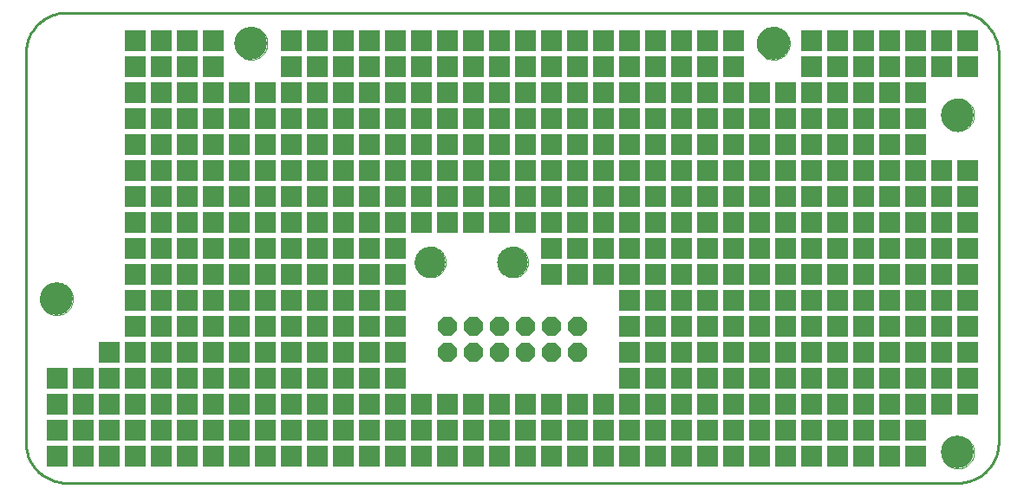
<source format=gbs>
G75*
%MOIN*%
%OFA0B0*%
%FSLAX24Y24*%
%IPPOS*%
%LPD*%
%AMOC8*
5,1,8,0,0,1.08239X$1,22.5*
%
%ADD10C,0.0100*%
%ADD11C,0.0000*%
%ADD12C,0.1260*%
%ADD13C,0.1181*%
%ADD14OC8,0.0740*%
%ADD15R,0.0827X0.0827*%
D10*
X002168Y020695D02*
X036420Y020695D01*
X036497Y020697D01*
X036574Y020703D01*
X036651Y020712D01*
X036727Y020725D01*
X036803Y020742D01*
X036877Y020763D01*
X036951Y020787D01*
X037023Y020815D01*
X037093Y020846D01*
X037162Y020881D01*
X037230Y020919D01*
X037295Y020960D01*
X037358Y021005D01*
X037419Y021053D01*
X037478Y021103D01*
X037534Y021156D01*
X037587Y021212D01*
X037637Y021271D01*
X037685Y021332D01*
X037730Y021395D01*
X037771Y021460D01*
X037809Y021528D01*
X037844Y021597D01*
X037875Y021667D01*
X037903Y021739D01*
X037927Y021813D01*
X037948Y021887D01*
X037965Y021963D01*
X037978Y022039D01*
X037987Y022116D01*
X037993Y022193D01*
X037995Y022270D01*
X037995Y037231D01*
X037993Y037308D01*
X037987Y037385D01*
X037978Y037462D01*
X037965Y037538D01*
X037948Y037614D01*
X037927Y037688D01*
X037903Y037762D01*
X037875Y037834D01*
X037844Y037904D01*
X037809Y037973D01*
X037771Y038041D01*
X037730Y038106D01*
X037685Y038169D01*
X037637Y038230D01*
X037587Y038289D01*
X037534Y038345D01*
X037478Y038398D01*
X037419Y038448D01*
X037358Y038496D01*
X037295Y038541D01*
X037230Y038582D01*
X037162Y038620D01*
X037093Y038655D01*
X037023Y038686D01*
X036951Y038714D01*
X036877Y038738D01*
X036803Y038759D01*
X036727Y038776D01*
X036651Y038789D01*
X036574Y038798D01*
X036497Y038804D01*
X036420Y038806D01*
X002168Y038806D01*
X002091Y038804D01*
X002014Y038798D01*
X001937Y038789D01*
X001861Y038776D01*
X001785Y038759D01*
X001711Y038738D01*
X001637Y038714D01*
X001565Y038686D01*
X001495Y038655D01*
X001426Y038620D01*
X001358Y038582D01*
X001293Y038541D01*
X001230Y038496D01*
X001169Y038448D01*
X001110Y038398D01*
X001054Y038345D01*
X001001Y038289D01*
X000951Y038230D01*
X000903Y038169D01*
X000858Y038106D01*
X000817Y038041D01*
X000779Y037973D01*
X000744Y037904D01*
X000713Y037834D01*
X000685Y037762D01*
X000661Y037688D01*
X000640Y037614D01*
X000623Y037538D01*
X000610Y037462D01*
X000601Y037385D01*
X000595Y037308D01*
X000593Y037231D01*
X000593Y022270D01*
X000595Y022193D01*
X000601Y022116D01*
X000610Y022039D01*
X000623Y021963D01*
X000640Y021887D01*
X000661Y021813D01*
X000685Y021739D01*
X000713Y021667D01*
X000744Y021597D01*
X000779Y021528D01*
X000817Y021460D01*
X000858Y021395D01*
X000903Y021332D01*
X000951Y021271D01*
X001001Y021212D01*
X001054Y021156D01*
X001110Y021103D01*
X001169Y021053D01*
X001230Y021005D01*
X001293Y020960D01*
X001358Y020919D01*
X001426Y020881D01*
X001495Y020846D01*
X001565Y020815D01*
X001637Y020787D01*
X001711Y020763D01*
X001785Y020742D01*
X001861Y020725D01*
X001937Y020712D01*
X002014Y020703D01*
X002091Y020697D01*
X002168Y020695D01*
D11*
X001144Y027782D02*
X001146Y027832D01*
X001152Y027882D01*
X001162Y027931D01*
X001176Y027979D01*
X001193Y028026D01*
X001214Y028071D01*
X001239Y028115D01*
X001267Y028156D01*
X001299Y028195D01*
X001333Y028232D01*
X001370Y028266D01*
X001410Y028296D01*
X001452Y028323D01*
X001496Y028347D01*
X001542Y028368D01*
X001589Y028384D01*
X001637Y028397D01*
X001687Y028406D01*
X001736Y028411D01*
X001787Y028412D01*
X001837Y028409D01*
X001886Y028402D01*
X001935Y028391D01*
X001983Y028376D01*
X002029Y028358D01*
X002074Y028336D01*
X002117Y028310D01*
X002158Y028281D01*
X002197Y028249D01*
X002233Y028214D01*
X002265Y028176D01*
X002295Y028136D01*
X002322Y028093D01*
X002345Y028049D01*
X002364Y028003D01*
X002380Y027955D01*
X002392Y027906D01*
X002400Y027857D01*
X002404Y027807D01*
X002404Y027757D01*
X002400Y027707D01*
X002392Y027658D01*
X002380Y027609D01*
X002364Y027561D01*
X002345Y027515D01*
X002322Y027471D01*
X002295Y027428D01*
X002265Y027388D01*
X002233Y027350D01*
X002197Y027315D01*
X002158Y027283D01*
X002117Y027254D01*
X002074Y027228D01*
X002029Y027206D01*
X001983Y027188D01*
X001935Y027173D01*
X001886Y027162D01*
X001837Y027155D01*
X001787Y027152D01*
X001736Y027153D01*
X001687Y027158D01*
X001637Y027167D01*
X001589Y027180D01*
X001542Y027196D01*
X001496Y027217D01*
X001452Y027241D01*
X001410Y027268D01*
X001370Y027298D01*
X001333Y027332D01*
X001299Y027369D01*
X001267Y027408D01*
X001239Y027449D01*
X001214Y027493D01*
X001193Y027538D01*
X001176Y027585D01*
X001162Y027633D01*
X001152Y027682D01*
X001146Y027732D01*
X001144Y027782D01*
X008624Y037624D02*
X008626Y037674D01*
X008632Y037724D01*
X008642Y037773D01*
X008656Y037821D01*
X008673Y037868D01*
X008694Y037913D01*
X008719Y037957D01*
X008747Y037998D01*
X008779Y038037D01*
X008813Y038074D01*
X008850Y038108D01*
X008890Y038138D01*
X008932Y038165D01*
X008976Y038189D01*
X009022Y038210D01*
X009069Y038226D01*
X009117Y038239D01*
X009167Y038248D01*
X009216Y038253D01*
X009267Y038254D01*
X009317Y038251D01*
X009366Y038244D01*
X009415Y038233D01*
X009463Y038218D01*
X009509Y038200D01*
X009554Y038178D01*
X009597Y038152D01*
X009638Y038123D01*
X009677Y038091D01*
X009713Y038056D01*
X009745Y038018D01*
X009775Y037978D01*
X009802Y037935D01*
X009825Y037891D01*
X009844Y037845D01*
X009860Y037797D01*
X009872Y037748D01*
X009880Y037699D01*
X009884Y037649D01*
X009884Y037599D01*
X009880Y037549D01*
X009872Y037500D01*
X009860Y037451D01*
X009844Y037403D01*
X009825Y037357D01*
X009802Y037313D01*
X009775Y037270D01*
X009745Y037230D01*
X009713Y037192D01*
X009677Y037157D01*
X009638Y037125D01*
X009597Y037096D01*
X009554Y037070D01*
X009509Y037048D01*
X009463Y037030D01*
X009415Y037015D01*
X009366Y037004D01*
X009317Y036997D01*
X009267Y036994D01*
X009216Y036995D01*
X009167Y037000D01*
X009117Y037009D01*
X009069Y037022D01*
X009022Y037038D01*
X008976Y037059D01*
X008932Y037083D01*
X008890Y037110D01*
X008850Y037140D01*
X008813Y037174D01*
X008779Y037211D01*
X008747Y037250D01*
X008719Y037291D01*
X008694Y037335D01*
X008673Y037380D01*
X008656Y037427D01*
X008642Y037475D01*
X008632Y037524D01*
X008626Y037574D01*
X008624Y037624D01*
X015553Y029199D02*
X015555Y029247D01*
X015561Y029295D01*
X015571Y029342D01*
X015584Y029388D01*
X015602Y029433D01*
X015622Y029477D01*
X015647Y029519D01*
X015675Y029558D01*
X015705Y029595D01*
X015739Y029629D01*
X015776Y029661D01*
X015814Y029690D01*
X015855Y029715D01*
X015898Y029737D01*
X015943Y029755D01*
X015989Y029769D01*
X016036Y029780D01*
X016084Y029787D01*
X016132Y029790D01*
X016180Y029789D01*
X016228Y029784D01*
X016276Y029775D01*
X016322Y029763D01*
X016367Y029746D01*
X016411Y029726D01*
X016453Y029703D01*
X016493Y029676D01*
X016531Y029646D01*
X016566Y029613D01*
X016598Y029577D01*
X016628Y029539D01*
X016654Y029498D01*
X016676Y029455D01*
X016696Y029411D01*
X016711Y029366D01*
X016723Y029319D01*
X016731Y029271D01*
X016735Y029223D01*
X016735Y029175D01*
X016731Y029127D01*
X016723Y029079D01*
X016711Y029032D01*
X016696Y028987D01*
X016676Y028943D01*
X016654Y028900D01*
X016628Y028859D01*
X016598Y028821D01*
X016566Y028785D01*
X016531Y028752D01*
X016493Y028722D01*
X016453Y028695D01*
X016411Y028672D01*
X016367Y028652D01*
X016322Y028635D01*
X016276Y028623D01*
X016228Y028614D01*
X016180Y028609D01*
X016132Y028608D01*
X016084Y028611D01*
X016036Y028618D01*
X015989Y028629D01*
X015943Y028643D01*
X015898Y028661D01*
X015855Y028683D01*
X015814Y028708D01*
X015776Y028737D01*
X015739Y028769D01*
X015705Y028803D01*
X015675Y028840D01*
X015647Y028879D01*
X015622Y028921D01*
X015602Y028965D01*
X015584Y029010D01*
X015571Y029056D01*
X015561Y029103D01*
X015555Y029151D01*
X015553Y029199D01*
X018730Y029199D02*
X018732Y029247D01*
X018738Y029295D01*
X018748Y029342D01*
X018761Y029388D01*
X018779Y029433D01*
X018799Y029477D01*
X018824Y029519D01*
X018852Y029558D01*
X018882Y029595D01*
X018916Y029629D01*
X018953Y029661D01*
X018991Y029690D01*
X019032Y029715D01*
X019075Y029737D01*
X019120Y029755D01*
X019166Y029769D01*
X019213Y029780D01*
X019261Y029787D01*
X019309Y029790D01*
X019357Y029789D01*
X019405Y029784D01*
X019453Y029775D01*
X019499Y029763D01*
X019544Y029746D01*
X019588Y029726D01*
X019630Y029703D01*
X019670Y029676D01*
X019708Y029646D01*
X019743Y029613D01*
X019775Y029577D01*
X019805Y029539D01*
X019831Y029498D01*
X019853Y029455D01*
X019873Y029411D01*
X019888Y029366D01*
X019900Y029319D01*
X019908Y029271D01*
X019912Y029223D01*
X019912Y029175D01*
X019908Y029127D01*
X019900Y029079D01*
X019888Y029032D01*
X019873Y028987D01*
X019853Y028943D01*
X019831Y028900D01*
X019805Y028859D01*
X019775Y028821D01*
X019743Y028785D01*
X019708Y028752D01*
X019670Y028722D01*
X019630Y028695D01*
X019588Y028672D01*
X019544Y028652D01*
X019499Y028635D01*
X019453Y028623D01*
X019405Y028614D01*
X019357Y028609D01*
X019309Y028608D01*
X019261Y028611D01*
X019213Y028618D01*
X019166Y028629D01*
X019120Y028643D01*
X019075Y028661D01*
X019032Y028683D01*
X018991Y028708D01*
X018953Y028737D01*
X018916Y028769D01*
X018882Y028803D01*
X018852Y028840D01*
X018824Y028879D01*
X018799Y028921D01*
X018779Y028965D01*
X018761Y029010D01*
X018748Y029056D01*
X018738Y029103D01*
X018732Y029151D01*
X018730Y029199D01*
X028703Y037624D02*
X028705Y037674D01*
X028711Y037724D01*
X028721Y037773D01*
X028735Y037821D01*
X028752Y037868D01*
X028773Y037913D01*
X028798Y037957D01*
X028826Y037998D01*
X028858Y038037D01*
X028892Y038074D01*
X028929Y038108D01*
X028969Y038138D01*
X029011Y038165D01*
X029055Y038189D01*
X029101Y038210D01*
X029148Y038226D01*
X029196Y038239D01*
X029246Y038248D01*
X029295Y038253D01*
X029346Y038254D01*
X029396Y038251D01*
X029445Y038244D01*
X029494Y038233D01*
X029542Y038218D01*
X029588Y038200D01*
X029633Y038178D01*
X029676Y038152D01*
X029717Y038123D01*
X029756Y038091D01*
X029792Y038056D01*
X029824Y038018D01*
X029854Y037978D01*
X029881Y037935D01*
X029904Y037891D01*
X029923Y037845D01*
X029939Y037797D01*
X029951Y037748D01*
X029959Y037699D01*
X029963Y037649D01*
X029963Y037599D01*
X029959Y037549D01*
X029951Y037500D01*
X029939Y037451D01*
X029923Y037403D01*
X029904Y037357D01*
X029881Y037313D01*
X029854Y037270D01*
X029824Y037230D01*
X029792Y037192D01*
X029756Y037157D01*
X029717Y037125D01*
X029676Y037096D01*
X029633Y037070D01*
X029588Y037048D01*
X029542Y037030D01*
X029494Y037015D01*
X029445Y037004D01*
X029396Y036997D01*
X029346Y036994D01*
X029295Y036995D01*
X029246Y037000D01*
X029196Y037009D01*
X029148Y037022D01*
X029101Y037038D01*
X029055Y037059D01*
X029011Y037083D01*
X028969Y037110D01*
X028929Y037140D01*
X028892Y037174D01*
X028858Y037211D01*
X028826Y037250D01*
X028798Y037291D01*
X028773Y037335D01*
X028752Y037380D01*
X028735Y037427D01*
X028721Y037475D01*
X028711Y037524D01*
X028705Y037574D01*
X028703Y037624D01*
X035790Y034869D02*
X035792Y034919D01*
X035798Y034969D01*
X035808Y035018D01*
X035822Y035066D01*
X035839Y035113D01*
X035860Y035158D01*
X035885Y035202D01*
X035913Y035243D01*
X035945Y035282D01*
X035979Y035319D01*
X036016Y035353D01*
X036056Y035383D01*
X036098Y035410D01*
X036142Y035434D01*
X036188Y035455D01*
X036235Y035471D01*
X036283Y035484D01*
X036333Y035493D01*
X036382Y035498D01*
X036433Y035499D01*
X036483Y035496D01*
X036532Y035489D01*
X036581Y035478D01*
X036629Y035463D01*
X036675Y035445D01*
X036720Y035423D01*
X036763Y035397D01*
X036804Y035368D01*
X036843Y035336D01*
X036879Y035301D01*
X036911Y035263D01*
X036941Y035223D01*
X036968Y035180D01*
X036991Y035136D01*
X037010Y035090D01*
X037026Y035042D01*
X037038Y034993D01*
X037046Y034944D01*
X037050Y034894D01*
X037050Y034844D01*
X037046Y034794D01*
X037038Y034745D01*
X037026Y034696D01*
X037010Y034648D01*
X036991Y034602D01*
X036968Y034558D01*
X036941Y034515D01*
X036911Y034475D01*
X036879Y034437D01*
X036843Y034402D01*
X036804Y034370D01*
X036763Y034341D01*
X036720Y034315D01*
X036675Y034293D01*
X036629Y034275D01*
X036581Y034260D01*
X036532Y034249D01*
X036483Y034242D01*
X036433Y034239D01*
X036382Y034240D01*
X036333Y034245D01*
X036283Y034254D01*
X036235Y034267D01*
X036188Y034283D01*
X036142Y034304D01*
X036098Y034328D01*
X036056Y034355D01*
X036016Y034385D01*
X035979Y034419D01*
X035945Y034456D01*
X035913Y034495D01*
X035885Y034536D01*
X035860Y034580D01*
X035839Y034625D01*
X035822Y034672D01*
X035808Y034720D01*
X035798Y034769D01*
X035792Y034819D01*
X035790Y034869D01*
X035790Y021876D02*
X035792Y021926D01*
X035798Y021976D01*
X035808Y022025D01*
X035822Y022073D01*
X035839Y022120D01*
X035860Y022165D01*
X035885Y022209D01*
X035913Y022250D01*
X035945Y022289D01*
X035979Y022326D01*
X036016Y022360D01*
X036056Y022390D01*
X036098Y022417D01*
X036142Y022441D01*
X036188Y022462D01*
X036235Y022478D01*
X036283Y022491D01*
X036333Y022500D01*
X036382Y022505D01*
X036433Y022506D01*
X036483Y022503D01*
X036532Y022496D01*
X036581Y022485D01*
X036629Y022470D01*
X036675Y022452D01*
X036720Y022430D01*
X036763Y022404D01*
X036804Y022375D01*
X036843Y022343D01*
X036879Y022308D01*
X036911Y022270D01*
X036941Y022230D01*
X036968Y022187D01*
X036991Y022143D01*
X037010Y022097D01*
X037026Y022049D01*
X037038Y022000D01*
X037046Y021951D01*
X037050Y021901D01*
X037050Y021851D01*
X037046Y021801D01*
X037038Y021752D01*
X037026Y021703D01*
X037010Y021655D01*
X036991Y021609D01*
X036968Y021565D01*
X036941Y021522D01*
X036911Y021482D01*
X036879Y021444D01*
X036843Y021409D01*
X036804Y021377D01*
X036763Y021348D01*
X036720Y021322D01*
X036675Y021300D01*
X036629Y021282D01*
X036581Y021267D01*
X036532Y021256D01*
X036483Y021249D01*
X036433Y021246D01*
X036382Y021247D01*
X036333Y021252D01*
X036283Y021261D01*
X036235Y021274D01*
X036188Y021290D01*
X036142Y021311D01*
X036098Y021335D01*
X036056Y021362D01*
X036016Y021392D01*
X035979Y021426D01*
X035945Y021463D01*
X035913Y021502D01*
X035885Y021543D01*
X035860Y021587D01*
X035839Y021632D01*
X035822Y021679D01*
X035808Y021727D01*
X035798Y021776D01*
X035792Y021826D01*
X035790Y021876D01*
D12*
X036420Y021876D03*
X036420Y034869D03*
X029333Y037624D03*
X009254Y037624D03*
X001774Y027782D03*
D13*
X016144Y029199D03*
X019321Y029199D03*
D14*
X019794Y026707D03*
X019794Y025707D03*
X020794Y025707D03*
X020794Y026707D03*
X021794Y026707D03*
X021794Y025707D03*
X018794Y025707D03*
X017794Y025707D03*
X017794Y026707D03*
X018794Y026707D03*
X016794Y026707D03*
X016794Y025707D03*
D15*
X016814Y023723D03*
X016814Y022723D03*
X016814Y021723D03*
X017814Y021723D03*
X018814Y021723D03*
X018814Y022723D03*
X018814Y023723D03*
X017814Y023723D03*
X017814Y022723D03*
X019814Y022723D03*
X020814Y022723D03*
X020814Y023723D03*
X019814Y023723D03*
X019814Y021723D03*
X020814Y021723D03*
X021814Y021723D03*
X021814Y022723D03*
X021814Y023723D03*
X022814Y023723D03*
X023814Y023723D03*
X023814Y024723D03*
X023814Y025723D03*
X023814Y026723D03*
X023814Y027723D03*
X023814Y028723D03*
X023814Y029723D03*
X023814Y030723D03*
X023814Y031723D03*
X023814Y032723D03*
X023814Y033723D03*
X023814Y034723D03*
X023814Y035723D03*
X023814Y036723D03*
X023814Y037723D03*
X022814Y037723D03*
X022814Y036723D03*
X022814Y035723D03*
X022814Y034723D03*
X022814Y033723D03*
X022814Y032723D03*
X022814Y031723D03*
X022814Y030723D03*
X022814Y029723D03*
X022814Y028723D03*
X021814Y028723D03*
X021814Y029723D03*
X021814Y030723D03*
X021814Y031723D03*
X021814Y032723D03*
X021814Y033723D03*
X021814Y034723D03*
X021814Y035723D03*
X021814Y036723D03*
X021814Y037723D03*
X020814Y037723D03*
X020814Y036723D03*
X020814Y035723D03*
X020814Y034723D03*
X020814Y033723D03*
X020814Y032723D03*
X020814Y031723D03*
X020814Y030723D03*
X020814Y029723D03*
X020814Y028723D03*
X019814Y030723D03*
X019814Y031723D03*
X019814Y032723D03*
X019814Y033723D03*
X019814Y034723D03*
X019814Y035723D03*
X019814Y036723D03*
X019814Y037723D03*
X018814Y037723D03*
X018814Y036723D03*
X018814Y035723D03*
X018814Y034723D03*
X018814Y033723D03*
X018814Y032723D03*
X018814Y031723D03*
X018814Y030723D03*
X017814Y030723D03*
X017814Y031723D03*
X017814Y032723D03*
X017814Y033723D03*
X017814Y034723D03*
X017814Y035723D03*
X017814Y036723D03*
X017814Y037723D03*
X016814Y037723D03*
X016814Y036723D03*
X016814Y035723D03*
X016814Y034723D03*
X016814Y033723D03*
X016814Y032723D03*
X016814Y031723D03*
X016814Y030723D03*
X015814Y030723D03*
X015814Y031723D03*
X015814Y032723D03*
X015814Y033723D03*
X015814Y034723D03*
X015814Y035723D03*
X015814Y036723D03*
X015814Y037723D03*
X014814Y037723D03*
X014814Y036723D03*
X014814Y035723D03*
X014814Y034723D03*
X014814Y033723D03*
X014814Y032723D03*
X014814Y031723D03*
X014814Y030723D03*
X014814Y029723D03*
X014814Y028723D03*
X014814Y027723D03*
X014814Y026723D03*
X014814Y025723D03*
X014814Y024723D03*
X014814Y023723D03*
X015814Y023723D03*
X015814Y022723D03*
X015814Y021723D03*
X014814Y021723D03*
X014814Y022723D03*
X013814Y022723D03*
X013814Y023723D03*
X013814Y024723D03*
X013814Y025723D03*
X013814Y026723D03*
X013814Y027723D03*
X013814Y028723D03*
X013814Y029723D03*
X013814Y030723D03*
X013814Y031723D03*
X013814Y032723D03*
X013814Y033723D03*
X013814Y034723D03*
X013814Y035723D03*
X013814Y036723D03*
X013814Y037723D03*
X012814Y037723D03*
X012814Y036723D03*
X012814Y035723D03*
X012814Y034723D03*
X012814Y033723D03*
X012814Y032723D03*
X012814Y031723D03*
X012814Y030723D03*
X012814Y029723D03*
X012814Y028723D03*
X012814Y027723D03*
X012814Y026723D03*
X012814Y025723D03*
X012814Y024723D03*
X012814Y023723D03*
X012814Y022723D03*
X012814Y021723D03*
X013814Y021723D03*
X011814Y021723D03*
X011814Y022723D03*
X011814Y023723D03*
X011814Y024723D03*
X011814Y025723D03*
X011814Y026723D03*
X011814Y027723D03*
X011814Y028723D03*
X011814Y029723D03*
X011814Y030723D03*
X011814Y031723D03*
X011814Y032723D03*
X011814Y033723D03*
X011814Y034723D03*
X011814Y035723D03*
X011814Y036723D03*
X011814Y037723D03*
X010814Y037723D03*
X010814Y036723D03*
X010814Y035723D03*
X010814Y034723D03*
X010814Y033723D03*
X010814Y032723D03*
X010814Y031723D03*
X010814Y030723D03*
X010814Y029723D03*
X010814Y028723D03*
X010814Y027723D03*
X010814Y026723D03*
X010814Y025723D03*
X010814Y024723D03*
X010814Y023723D03*
X010814Y022723D03*
X010814Y021723D03*
X009814Y021723D03*
X009814Y022723D03*
X009814Y023723D03*
X009814Y024723D03*
X009814Y025723D03*
X009814Y026723D03*
X009814Y027723D03*
X009814Y028723D03*
X009814Y029723D03*
X009814Y030723D03*
X009814Y031723D03*
X009814Y032723D03*
X009814Y033723D03*
X009814Y034723D03*
X009814Y035723D03*
X008814Y035723D03*
X008814Y034723D03*
X008814Y033723D03*
X008814Y032723D03*
X008814Y031723D03*
X008814Y030723D03*
X008814Y029723D03*
X008814Y028723D03*
X008814Y027723D03*
X008814Y026723D03*
X008814Y025723D03*
X008814Y024723D03*
X008814Y023723D03*
X008814Y022723D03*
X008814Y021723D03*
X007814Y021723D03*
X007814Y022723D03*
X007814Y023723D03*
X007814Y024723D03*
X007814Y025723D03*
X007814Y026723D03*
X007814Y027723D03*
X007814Y028723D03*
X007814Y029723D03*
X007814Y030723D03*
X007814Y031723D03*
X007814Y032723D03*
X007814Y033723D03*
X007814Y034723D03*
X007814Y035723D03*
X007814Y036723D03*
X007814Y037723D03*
X006814Y037723D03*
X006814Y036723D03*
X006814Y035723D03*
X006814Y034723D03*
X006814Y033723D03*
X006814Y032723D03*
X006814Y031723D03*
X006814Y030723D03*
X006814Y029723D03*
X006814Y028723D03*
X006814Y027723D03*
X006814Y026723D03*
X006814Y025723D03*
X006814Y024723D03*
X006814Y023723D03*
X006814Y022723D03*
X006814Y021723D03*
X005814Y021723D03*
X005814Y022723D03*
X005814Y023723D03*
X005814Y024723D03*
X005814Y025723D03*
X005814Y026723D03*
X005814Y027723D03*
X005814Y028723D03*
X005814Y029723D03*
X005814Y030723D03*
X005814Y031723D03*
X005814Y032723D03*
X005814Y033723D03*
X005814Y034723D03*
X005814Y035723D03*
X005814Y036723D03*
X005814Y037723D03*
X004814Y037723D03*
X004814Y036723D03*
X004814Y035723D03*
X004814Y034723D03*
X004814Y033723D03*
X004814Y032723D03*
X004814Y031723D03*
X004814Y030723D03*
X004814Y029723D03*
X004814Y028723D03*
X004814Y027723D03*
X004814Y026723D03*
X004814Y025723D03*
X004814Y024723D03*
X004814Y023723D03*
X004814Y022723D03*
X004814Y021723D03*
X003814Y021723D03*
X003814Y022723D03*
X003814Y023723D03*
X003814Y024723D03*
X003814Y025723D03*
X002814Y024723D03*
X002814Y023723D03*
X002814Y022723D03*
X002814Y021723D03*
X001814Y021723D03*
X001814Y022723D03*
X001814Y023723D03*
X001814Y024723D03*
X022814Y022723D03*
X023814Y022723D03*
X023814Y021723D03*
X022814Y021723D03*
X024814Y021723D03*
X025814Y021723D03*
X025814Y022723D03*
X025814Y023723D03*
X025814Y024723D03*
X025814Y025723D03*
X025814Y026723D03*
X025814Y027723D03*
X025814Y028723D03*
X025814Y029723D03*
X025814Y030723D03*
X025814Y031723D03*
X025814Y032723D03*
X025814Y033723D03*
X025814Y034723D03*
X025814Y035723D03*
X025814Y036723D03*
X025814Y037723D03*
X024814Y037723D03*
X024814Y036723D03*
X024814Y035723D03*
X024814Y034723D03*
X024814Y033723D03*
X024814Y032723D03*
X024814Y031723D03*
X024814Y030723D03*
X024814Y029723D03*
X024814Y028723D03*
X024814Y027723D03*
X024814Y026723D03*
X024814Y025723D03*
X024814Y024723D03*
X024814Y023723D03*
X024814Y022723D03*
X026814Y022723D03*
X026814Y023723D03*
X026814Y024723D03*
X026814Y025723D03*
X026814Y026723D03*
X026814Y027723D03*
X026814Y028723D03*
X026814Y029723D03*
X026814Y030723D03*
X026814Y031723D03*
X026814Y032723D03*
X026814Y033723D03*
X026814Y034723D03*
X026814Y035723D03*
X026814Y036723D03*
X026814Y037723D03*
X027814Y037723D03*
X027814Y036723D03*
X027814Y035723D03*
X028814Y035723D03*
X028814Y034723D03*
X028814Y033723D03*
X028814Y032723D03*
X028814Y031723D03*
X028814Y030723D03*
X028814Y029723D03*
X028814Y028723D03*
X028814Y027723D03*
X028814Y026723D03*
X028814Y025723D03*
X028814Y024723D03*
X028814Y023723D03*
X028814Y022723D03*
X028814Y021723D03*
X027814Y021723D03*
X027814Y022723D03*
X027814Y023723D03*
X027814Y024723D03*
X027814Y025723D03*
X027814Y026723D03*
X027814Y027723D03*
X027814Y028723D03*
X027814Y029723D03*
X027814Y030723D03*
X027814Y031723D03*
X027814Y032723D03*
X027814Y033723D03*
X027814Y034723D03*
X029814Y034723D03*
X030814Y034723D03*
X030814Y035723D03*
X030814Y036723D03*
X030814Y037723D03*
X031814Y037723D03*
X031814Y036723D03*
X031814Y035723D03*
X031814Y034723D03*
X031814Y033723D03*
X031814Y032723D03*
X031814Y031723D03*
X031814Y030723D03*
X031814Y029723D03*
X031814Y028723D03*
X031814Y027723D03*
X031814Y026723D03*
X031814Y025723D03*
X031814Y024723D03*
X031814Y023723D03*
X031814Y022723D03*
X031814Y021723D03*
X032814Y021723D03*
X033814Y021723D03*
X033814Y022723D03*
X033814Y023723D03*
X033814Y024723D03*
X033814Y025723D03*
X033814Y026723D03*
X033814Y027723D03*
X033814Y028723D03*
X033814Y029723D03*
X033814Y030723D03*
X033814Y031723D03*
X033814Y032723D03*
X033814Y033723D03*
X033814Y034723D03*
X033814Y035723D03*
X033814Y036723D03*
X033814Y037723D03*
X032814Y037723D03*
X032814Y036723D03*
X032814Y035723D03*
X032814Y034723D03*
X032814Y033723D03*
X032814Y032723D03*
X032814Y031723D03*
X032814Y030723D03*
X032814Y029723D03*
X032814Y028723D03*
X032814Y027723D03*
X032814Y026723D03*
X032814Y025723D03*
X032814Y024723D03*
X032814Y023723D03*
X032814Y022723D03*
X034814Y022723D03*
X034814Y023723D03*
X035814Y023723D03*
X035814Y024723D03*
X035814Y025723D03*
X035814Y026723D03*
X035814Y027723D03*
X035814Y028723D03*
X035814Y029723D03*
X035814Y030723D03*
X035814Y031723D03*
X035814Y032723D03*
X034814Y032723D03*
X034814Y033723D03*
X034814Y034723D03*
X034814Y035723D03*
X034814Y036723D03*
X035814Y036723D03*
X035814Y037723D03*
X034814Y037723D03*
X036814Y037723D03*
X036814Y036723D03*
X036814Y032723D03*
X036814Y031723D03*
X036814Y030723D03*
X036814Y029723D03*
X036814Y028723D03*
X036814Y027723D03*
X036814Y026723D03*
X036814Y025723D03*
X036814Y024723D03*
X036814Y023723D03*
X034814Y024723D03*
X034814Y025723D03*
X034814Y026723D03*
X034814Y027723D03*
X034814Y028723D03*
X034814Y029723D03*
X034814Y030723D03*
X034814Y031723D03*
X030814Y031723D03*
X030814Y032723D03*
X030814Y033723D03*
X029814Y033723D03*
X029814Y032723D03*
X029814Y031723D03*
X029814Y030723D03*
X030814Y030723D03*
X030814Y029723D03*
X030814Y028723D03*
X030814Y027723D03*
X030814Y026723D03*
X030814Y025723D03*
X030814Y024723D03*
X030814Y023723D03*
X030814Y022723D03*
X030814Y021723D03*
X029814Y021723D03*
X029814Y022723D03*
X029814Y023723D03*
X029814Y024723D03*
X029814Y025723D03*
X029814Y026723D03*
X029814Y027723D03*
X029814Y028723D03*
X029814Y029723D03*
X029814Y035723D03*
X026814Y021723D03*
X034814Y021723D03*
M02*

</source>
